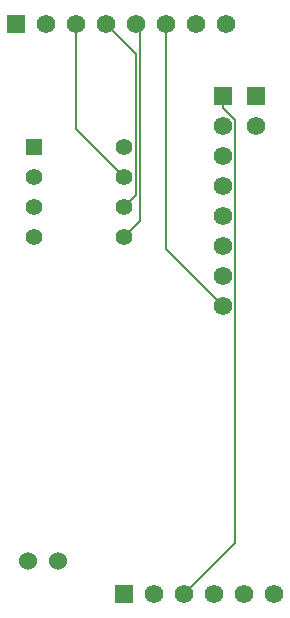
<source format=gtl>
G04 ---------------------------- Layer name :TOP LAYER*
G04 EasyEDA v5.8.22, Sun, 13 Jan 2019 10:54:29 GMT*
G04 0d4c4f045a714df3bf040a356c4a61dc*
G04 Gerber Generator version 0.2*
G04 Scale: 100 percent, Rotated: No, Reflected: No *
G04 Dimensions in inches *
G04 leading zeros omitted , absolute positions ,2 integer and 4 decimal *
%FSLAX24Y24*%
%MOIN*%
G90*
G70D02*

%ADD11C,0.006000*%
%ADD12R,0.062000X0.062000*%
%ADD13C,0.062000*%
%ADD14C,0.060000*%
%ADD15R,0.055000X0.055000*%
%ADD16C,0.055000*%

%LPD*%
G54D11*
G01X6000Y19900D02*
G01X6000Y12400D01*
G01X7900Y10500D01*
G01X4600Y13800D02*
G01X5000Y14200D01*
G01X5000Y18900D01*
G01X4000Y19900D01*
G01X7900Y17500D02*
G01X7900Y17098D01*
G01X6600Y900D02*
G01X8301Y2601D01*
G01X8301Y16698D01*
G01X7900Y17098D01*
G01X3000Y19900D02*
G01X3000Y16400D01*
G01X4600Y14800D01*
G01X5000Y19900D02*
G01X5121Y19778D01*
G01X5121Y13321D01*
G01X4600Y12800D01*
G54D12*
G01X9000Y17499D03*
G54D13*
G01X9000Y16499D03*
G54D12*
G01X7900Y17499D03*
G54D13*
G01X7900Y16499D03*
G01X7900Y15499D03*
G01X7900Y14499D03*
G01X7900Y13499D03*
G01X7900Y12499D03*
G01X7900Y11499D03*
G01X7900Y10499D03*
G54D14*
G01X1400Y2000D03*
G01X2400Y2000D03*
G54D13*
G01X9600Y900D03*
G01X8600Y900D03*
G01X7600Y900D03*
G01X6600Y900D03*
G01X5600Y900D03*
G54D12*
G01X4600Y900D03*
G01X1000Y19900D03*
G54D13*
G01X2000Y19900D03*
G01X3000Y19900D03*
G01X4000Y19900D03*
G01X5000Y19900D03*
G01X6000Y19900D03*
G01X7000Y19900D03*
G01X8000Y19900D03*
G54D15*
G01X1600Y15799D03*
G54D16*
G01X1600Y14799D03*
G01X1600Y13799D03*
G01X1600Y12799D03*
G01X4600Y12799D03*
G01X4600Y13799D03*
G01X4600Y14799D03*
G01X4600Y15799D03*
M00*
M02*

</source>
